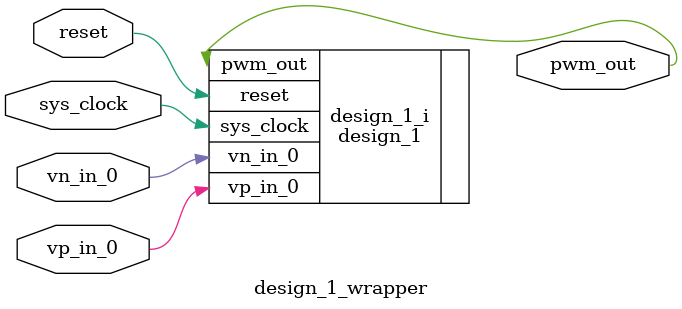
<source format=v>
`timescale 1 ps / 1 ps

module design_1_wrapper
   (pwm_out,
    reset,
    sys_clock,
    vn_in_0,
    vp_in_0);
  output pwm_out;
  input reset;
  input sys_clock;
  input vn_in_0;
  input vp_in_0;

  wire pwm_out;
  wire reset;
  wire sys_clock;
  wire vn_in_0;
  wire vp_in_0;

  design_1 design_1_i
       (.pwm_out(pwm_out),
        .reset(reset),
        .sys_clock(sys_clock),
        .vn_in_0(vn_in_0),
        .vp_in_0(vp_in_0));
endmodule

</source>
